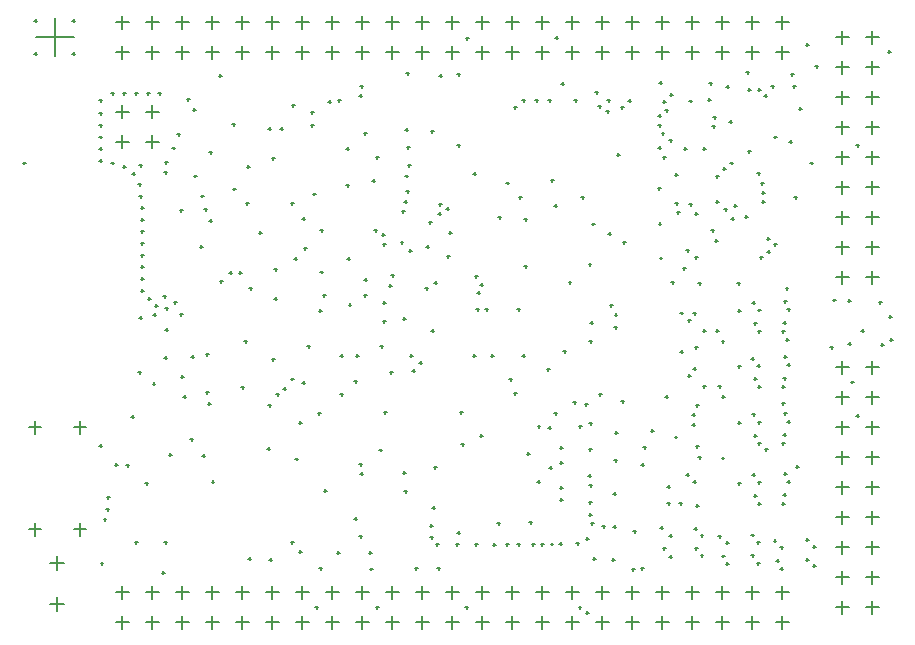
<source format=gbr>
%TF.GenerationSoftware,Altium Limited,Altium Designer,22.10.1 (41)*%
G04 Layer_Color=128*
%FSLAX45Y45*%
%MOMM*%
%TF.SameCoordinates,A8474BD1-FA4A-4BD0-88DA-22D9B4FA892B*%
%TF.FilePolarity,Positive*%
%TF.FileFunction,Drillmap*%
%TF.Part,Single*%
G01*
G75*
%TA.AperFunction,NonConductor*%
%ADD684C,0.12700*%
D684*
X8073000Y2349500D02*
X8183000D01*
X8128000Y2294500D02*
Y2404500D01*
X8073000Y2095500D02*
X8183000D01*
X8128000Y2040500D02*
Y2150500D01*
X8073000Y1841500D02*
X8183000D01*
X8128000Y1786500D02*
Y1896500D01*
X8073000Y1587500D02*
X8183000D01*
X8128000Y1532500D02*
Y1642500D01*
X8073000Y1333500D02*
X8183000D01*
X8128000Y1278500D02*
Y1388500D01*
X8073000Y1079500D02*
X8183000D01*
X8128000Y1024500D02*
Y1134500D01*
X8073000Y825500D02*
X8183000D01*
X8128000Y770500D02*
Y880500D01*
X8327000Y2349500D02*
X8437000D01*
X8382000Y2294500D02*
Y2404500D01*
X8327000Y2095500D02*
X8437000D01*
X8382000Y2040500D02*
Y2150500D01*
X8327000Y1841500D02*
X8437000D01*
X8382000Y1786500D02*
Y1896500D01*
X8327000Y1587500D02*
X8437000D01*
X8382000Y1532500D02*
Y1642500D01*
X8327000Y1333500D02*
X8437000D01*
X8382000Y1278500D02*
Y1388500D01*
X8327000Y1079500D02*
X8437000D01*
X8382000Y1024500D02*
Y1134500D01*
X8327000Y825500D02*
X8437000D01*
X8382000Y770500D02*
Y880500D01*
X8073000Y571500D02*
X8183000D01*
X8128000Y516500D02*
Y626500D01*
X8073000Y317500D02*
X8183000D01*
X8128000Y262500D02*
Y372500D01*
X8327000Y571500D02*
X8437000D01*
X8382000Y516500D02*
Y626500D01*
X8327000Y317500D02*
X8437000D01*
X8382000Y262500D02*
Y372500D01*
X8073000Y5143500D02*
X8183000D01*
X8128000Y5088500D02*
Y5198500D01*
X8073000Y4889500D02*
X8183000D01*
X8128000Y4834500D02*
Y4944500D01*
X8073000Y4635500D02*
X8183000D01*
X8128000Y4580500D02*
Y4690500D01*
X8073000Y4381500D02*
X8183000D01*
X8128000Y4326500D02*
Y4436500D01*
X8073000Y4127500D02*
X8183000D01*
X8128000Y4072500D02*
Y4182500D01*
X8073000Y3873500D02*
X8183000D01*
X8128000Y3818500D02*
Y3928500D01*
X8073000Y3619500D02*
X8183000D01*
X8128000Y3564500D02*
Y3674500D01*
X8327000Y5143500D02*
X8437000D01*
X8382000Y5088500D02*
Y5198500D01*
X8327000Y4889500D02*
X8437000D01*
X8382000Y4834500D02*
Y4944500D01*
X8327000Y4635500D02*
X8437000D01*
X8382000Y4580500D02*
Y4690500D01*
X8327000Y4381500D02*
X8437000D01*
X8382000Y4326500D02*
Y4436500D01*
X8327000Y4127500D02*
X8437000D01*
X8382000Y4072500D02*
Y4182500D01*
X8327000Y3873500D02*
X8437000D01*
X8382000Y3818500D02*
Y3928500D01*
X8327000Y3619500D02*
X8437000D01*
X8382000Y3564500D02*
Y3674500D01*
X8073000Y3365500D02*
X8183000D01*
X8128000Y3310500D02*
Y3420500D01*
X8073000Y3111500D02*
X8183000D01*
X8128000Y3056500D02*
Y3166500D01*
X8327000Y3365500D02*
X8437000D01*
X8382000Y3310500D02*
Y3420500D01*
X8327000Y3111500D02*
X8437000D01*
X8382000Y3056500D02*
Y3166500D01*
X1977000Y190500D02*
X2087000D01*
X2032000Y135500D02*
Y245500D01*
X2231000Y190500D02*
X2341000D01*
X2286000Y135500D02*
Y245500D01*
X2485000Y190500D02*
X2595000D01*
X2540000Y135500D02*
Y245500D01*
X2739000Y190500D02*
X2849000D01*
X2794000Y135500D02*
Y245500D01*
X2993000Y190500D02*
X3103000D01*
X3048000Y135500D02*
Y245500D01*
X3247000Y190500D02*
X3357000D01*
X3302000Y135500D02*
Y245500D01*
X3501000Y190500D02*
X3611000D01*
X3556000Y135500D02*
Y245500D01*
X3755000Y190500D02*
X3865000D01*
X3810000Y135500D02*
Y245500D01*
X4009000Y190500D02*
X4119000D01*
X4064000Y135500D02*
Y245500D01*
X4263000Y190500D02*
X4373000D01*
X4318000Y135500D02*
Y245500D01*
X4517000Y190500D02*
X4627000D01*
X4572000Y135500D02*
Y245500D01*
X4771000Y190500D02*
X4881000D01*
X4826000Y135500D02*
Y245500D01*
X5025000Y190500D02*
X5135000D01*
X5080000Y135500D02*
Y245500D01*
X5279000Y190500D02*
X5389000D01*
X5334000Y135500D02*
Y245500D01*
X5533000Y190500D02*
X5643000D01*
X5588000Y135500D02*
Y245500D01*
X5787000Y190500D02*
X5897000D01*
X5842000Y135500D02*
Y245500D01*
X6041000Y190500D02*
X6151000D01*
X6096000Y135500D02*
Y245500D01*
X6295000Y190500D02*
X6405000D01*
X6350000Y135500D02*
Y245500D01*
X6549000Y190500D02*
X6659000D01*
X6604000Y135500D02*
Y245500D01*
X6803000Y190500D02*
X6913000D01*
X6858000Y135500D02*
Y245500D01*
X7057000Y190500D02*
X7167000D01*
X7112000Y135500D02*
Y245500D01*
X7311000Y190500D02*
X7421000D01*
X7366000Y135500D02*
Y245500D01*
X7565000Y190500D02*
X7675000D01*
X7620000Y135500D02*
Y245500D01*
X1977000Y444500D02*
X2087000D01*
X2032000Y389500D02*
Y499500D01*
X2231000Y444500D02*
X2341000D01*
X2286000Y389500D02*
Y499500D01*
X2485000Y444500D02*
X2595000D01*
X2540000Y389500D02*
Y499500D01*
X2739000Y444500D02*
X2849000D01*
X2794000Y389500D02*
Y499500D01*
X2993000Y444500D02*
X3103000D01*
X3048000Y389500D02*
Y499500D01*
X3247000Y444500D02*
X3357000D01*
X3302000Y389500D02*
Y499500D01*
X3501000Y444500D02*
X3611000D01*
X3556000Y389500D02*
Y499500D01*
X3755000Y444500D02*
X3865000D01*
X3810000Y389500D02*
Y499500D01*
X4009000Y444500D02*
X4119000D01*
X4064000Y389500D02*
Y499500D01*
X4263000Y444500D02*
X4373000D01*
X4318000Y389500D02*
Y499500D01*
X4517000Y444500D02*
X4627000D01*
X4572000Y389500D02*
Y499500D01*
X4771000Y444500D02*
X4881000D01*
X4826000Y389500D02*
Y499500D01*
X5025000Y444500D02*
X5135000D01*
X5080000Y389500D02*
Y499500D01*
X5279000Y444500D02*
X5389000D01*
X5334000Y389500D02*
Y499500D01*
X5533000Y444500D02*
X5643000D01*
X5588000Y389500D02*
Y499500D01*
X5787000Y444500D02*
X5897000D01*
X5842000Y389500D02*
Y499500D01*
X6041000Y444500D02*
X6151000D01*
X6096000Y389500D02*
Y499500D01*
X6295000Y444500D02*
X6405000D01*
X6350000Y389500D02*
Y499500D01*
X6549000Y444500D02*
X6659000D01*
X6604000Y389500D02*
Y499500D01*
X6803000Y444500D02*
X6913000D01*
X6858000Y389500D02*
Y499500D01*
X7057000Y444500D02*
X7167000D01*
X7112000Y389500D02*
Y499500D01*
X7311000Y444500D02*
X7421000D01*
X7366000Y389500D02*
Y499500D01*
X7565000Y444500D02*
X7675000D01*
X7620000Y389500D02*
Y499500D01*
X1977000Y5016500D02*
X2087000D01*
X2032000Y4961500D02*
Y5071500D01*
X2231000Y5016500D02*
X2341000D01*
X2286000Y4961500D02*
Y5071500D01*
X2485000Y5016500D02*
X2595000D01*
X2540000Y4961500D02*
Y5071500D01*
X2739000Y5016500D02*
X2849000D01*
X2794000Y4961500D02*
Y5071500D01*
X2993000Y5016500D02*
X3103000D01*
X3048000Y4961500D02*
Y5071500D01*
X3247000Y5016500D02*
X3357000D01*
X3302000Y4961500D02*
Y5071500D01*
X3501000Y5016500D02*
X3611000D01*
X3556000Y4961500D02*
Y5071500D01*
X3755000Y5016500D02*
X3865000D01*
X3810000Y4961500D02*
Y5071500D01*
X4009000Y5016500D02*
X4119000D01*
X4064000Y4961500D02*
Y5071500D01*
X4263000Y5016500D02*
X4373000D01*
X4318000Y4961500D02*
Y5071500D01*
X4517000Y5016500D02*
X4627000D01*
X4572000Y4961500D02*
Y5071500D01*
X4771000Y5016500D02*
X4881000D01*
X4826000Y4961500D02*
Y5071500D01*
X5025000Y5016500D02*
X5135000D01*
X5080000Y4961500D02*
Y5071500D01*
X5279000Y5016500D02*
X5389000D01*
X5334000Y4961500D02*
Y5071500D01*
X5533000Y5016500D02*
X5643000D01*
X5588000Y4961500D02*
Y5071500D01*
X5787000Y5016500D02*
X5897000D01*
X5842000Y4961500D02*
Y5071500D01*
X6041000Y5016500D02*
X6151000D01*
X6096000Y4961500D02*
Y5071500D01*
X6295000Y5016500D02*
X6405000D01*
X6350000Y4961500D02*
Y5071500D01*
X6549000Y5016500D02*
X6659000D01*
X6604000Y4961500D02*
Y5071500D01*
X6803000Y5016500D02*
X6913000D01*
X6858000Y4961500D02*
Y5071500D01*
X7057000Y5016500D02*
X7167000D01*
X7112000Y4961500D02*
Y5071500D01*
X7311000Y5016500D02*
X7421000D01*
X7366000Y4961500D02*
Y5071500D01*
X7565000Y5016500D02*
X7675000D01*
X7620000Y4961500D02*
Y5071500D01*
X1977000Y5270500D02*
X2087000D01*
X2032000Y5215500D02*
Y5325500D01*
X2231000Y5270500D02*
X2341000D01*
X2286000Y5215500D02*
Y5325500D01*
X2485000Y5270500D02*
X2595000D01*
X2540000Y5215500D02*
Y5325500D01*
X2739000Y5270500D02*
X2849000D01*
X2794000Y5215500D02*
Y5325500D01*
X2993000Y5270500D02*
X3103000D01*
X3048000Y5215500D02*
Y5325500D01*
X3247000Y5270500D02*
X3357000D01*
X3302000Y5215500D02*
Y5325500D01*
X3501000Y5270500D02*
X3611000D01*
X3556000Y5215500D02*
Y5325500D01*
X3755000Y5270500D02*
X3865000D01*
X3810000Y5215500D02*
Y5325500D01*
X4009000Y5270500D02*
X4119000D01*
X4064000Y5215500D02*
Y5325500D01*
X4263000Y5270500D02*
X4373000D01*
X4318000Y5215500D02*
Y5325500D01*
X4517000Y5270500D02*
X4627000D01*
X4572000Y5215500D02*
Y5325500D01*
X4771000Y5270500D02*
X4881000D01*
X4826000Y5215500D02*
Y5325500D01*
X5025000Y5270500D02*
X5135000D01*
X5080000Y5215500D02*
Y5325500D01*
X5279000Y5270500D02*
X5389000D01*
X5334000Y5215500D02*
Y5325500D01*
X5533000Y5270500D02*
X5643000D01*
X5588000Y5215500D02*
Y5325500D01*
X5787000Y5270500D02*
X5897000D01*
X5842000Y5215500D02*
Y5325500D01*
X6041000Y5270500D02*
X6151000D01*
X6096000Y5215500D02*
Y5325500D01*
X6295000Y5270500D02*
X6405000D01*
X6350000Y5215500D02*
Y5325500D01*
X6549000Y5270500D02*
X6659000D01*
X6604000Y5215500D02*
Y5325500D01*
X6803000Y5270500D02*
X6913000D01*
X6858000Y5215500D02*
Y5325500D01*
X7057000Y5270500D02*
X7167000D01*
X7112000Y5215500D02*
Y5325500D01*
X7311000Y5270500D02*
X7421000D01*
X7366000Y5215500D02*
Y5325500D01*
X7565000Y5270500D02*
X7675000D01*
X7620000Y5215500D02*
Y5325500D01*
X2231000Y4512400D02*
X2341000D01*
X2286000Y4457400D02*
Y4567400D01*
X2231000Y4258400D02*
X2341000D01*
X2286000Y4203400D02*
Y4313400D01*
X1977000Y4512400D02*
X2087000D01*
X2032000Y4457400D02*
Y4567400D01*
X1977000Y4258400D02*
X2087000D01*
X2032000Y4203400D02*
Y4313400D01*
X1619500Y978000D02*
X1724500D01*
X1672000Y925500D02*
Y1030500D01*
X1239500Y978000D02*
X1344500D01*
X1292000Y925500D02*
Y1030500D01*
X1619500Y1842000D02*
X1724500D01*
X1672000Y1789500D02*
Y1894500D01*
X1239500Y1842000D02*
X1344500D01*
X1292000Y1789500D02*
Y1894500D01*
X1300500Y5143500D02*
X1620500D01*
X1460500Y4983500D02*
Y5303500D01*
X1420000Y695000D02*
X1540000D01*
X1480000Y635000D02*
Y755000D01*
X1420000Y345000D02*
X1540000D01*
X1480000Y285000D02*
Y405000D01*
X3457500Y870000D02*
X3482500D01*
X3470000Y857500D02*
Y882500D01*
X3737932Y1306337D02*
X3762932D01*
X3750432Y1293837D02*
Y1318837D01*
X6199416Y2796952D02*
X6224415D01*
X6211915Y2784452D02*
Y2809452D01*
X6159770Y2875696D02*
X6184769D01*
X6172270Y2863196D02*
Y2888196D01*
X5995172Y2728597D02*
X6020172D01*
X6007672Y2716097D02*
Y2741097D01*
X6856514Y1862609D02*
X6881514D01*
X6869014Y1850110D02*
Y1875109D01*
X6505297Y1814703D02*
X6530297D01*
X6517797Y1802203D02*
Y1827203D01*
X6187366Y1000972D02*
X6212366D01*
X6199866Y988472D02*
Y1013472D01*
X6096603Y1006144D02*
X6121603D01*
X6109103Y993644D02*
Y1018643D01*
X6067500Y2120000D02*
X6092500D01*
X6080000Y2107500D02*
Y2132500D01*
X6425796Y1525486D02*
X6450795D01*
X6438295Y1512986D02*
Y1537985D01*
X5897500Y1850000D02*
X5922500D01*
X5910000Y1837500D02*
Y1862500D01*
X5547500Y1850000D02*
X5572500D01*
X5560000Y1837500D02*
Y1862500D01*
X5637500Y1840000D02*
X5662500D01*
X5650000Y1827500D02*
Y1852500D01*
X6017500Y730000D02*
X6042500D01*
X6030000Y717500D02*
Y742500D01*
X6177500Y722500D02*
X6202500D01*
X6190000Y710000D02*
Y735000D01*
X5978147Y1431763D02*
X6003147D01*
X5990647Y1419263D02*
Y1444263D01*
X5986267Y1352460D02*
X6011267D01*
X5998767Y1339960D02*
Y1364959D01*
X6256105Y2061571D02*
X6281105D01*
X6268605Y2049072D02*
Y2074071D01*
X6200890Y1796625D02*
X6225890D01*
X6213390Y1784125D02*
Y1809124D01*
X5982191Y1205648D02*
X6007191D01*
X5994691Y1193148D02*
Y1218148D01*
X5982500Y1655430D02*
X6007500D01*
X5995000Y1642930D02*
Y1667929D01*
X5957500Y900000D02*
X5982500D01*
X5970000Y887500D02*
Y912500D01*
X5997518Y1029913D02*
X6022517D01*
X6010017Y1017413D02*
Y1042413D01*
X5982478Y1103390D02*
X6007478D01*
X5994978Y1090890D02*
Y1115890D01*
X6189045Y1278754D02*
X6214044D01*
X6201545Y1266255D02*
Y1291254D01*
X6357500Y960000D02*
X6382500D01*
X6370000Y947500D02*
Y972500D01*
X5955133Y272699D02*
X5980133D01*
X5967633Y260199D02*
Y285199D01*
X5894940Y317440D02*
X5919939D01*
X5907440Y304940D02*
Y329939D01*
X6422885Y647909D02*
X6447885D01*
X6435385Y635409D02*
Y660409D01*
X6347500Y640000D02*
X6372500D01*
X6360000Y627500D02*
Y652500D01*
X5877500Y859213D02*
X5902500D01*
X5890000Y846714D02*
Y871713D01*
X6195614Y1563868D02*
X6220614D01*
X6208114Y1551368D02*
Y1576367D01*
X5985675Y1875000D02*
X6010674D01*
X5998174Y1862500D02*
Y1887500D01*
X5732500Y855000D02*
X5757500D01*
X5745000Y842500D02*
Y867499D01*
X5657506Y854056D02*
X5682506D01*
X5670006Y841557D02*
Y866556D01*
X5478677Y1038661D02*
X5503677D01*
X5491177Y1026161D02*
Y1051161D01*
X5577202Y850942D02*
X5602202D01*
X5589702Y838443D02*
Y863442D01*
X5497020Y852861D02*
X5522020D01*
X5509520Y840361D02*
Y865361D01*
X5377500Y850000D02*
X5402500D01*
X5390000Y837500D02*
Y862500D01*
X5207500Y1030000D02*
X5232500D01*
X5220000Y1017500D02*
Y1042500D01*
X5166839Y848294D02*
X5191838D01*
X5179338Y835795D02*
Y860794D01*
X5852080Y2053954D02*
X5877080D01*
X5864580Y2041455D02*
Y2066454D01*
X5947500Y2038584D02*
X5972500D01*
X5960000Y2026084D02*
Y2051084D01*
X7107500Y2100000D02*
X7132500D01*
X7120000Y2087500D02*
Y2112500D01*
X7077500Y2190000D02*
X7102500D01*
X7090000Y2177500D02*
Y2202500D01*
X6947500Y2190000D02*
X6972500D01*
X6960000Y2177500D02*
Y2202500D01*
X6947500Y2660000D02*
X6972500D01*
X6960000Y2647500D02*
Y2672500D01*
X7057500Y2660000D02*
X7082500D01*
X7070000Y2647500D02*
Y2672500D01*
X6907500Y3060000D02*
X6932500D01*
X6920000Y3047500D02*
Y3072500D01*
X3857500Y4612500D02*
X3882500D01*
X3870000Y4600000D02*
Y4625000D01*
X4427500Y4360000D02*
X4452500D01*
X4440000Y4347500D02*
Y4372500D01*
X1288000Y5283500D02*
X1313000D01*
X1300500Y5271000D02*
Y5296000D01*
X1288000Y5003500D02*
X1313000D01*
X1300500Y4991000D02*
Y5016000D01*
X1608000Y5003500D02*
X1633000D01*
X1620500Y4991000D02*
Y5016000D01*
X1608000Y5283500D02*
X1633000D01*
X1620500Y5271000D02*
Y5296000D01*
X4670247Y1503402D02*
X4695247D01*
X4682747Y1490903D02*
Y1515902D01*
X7366277Y2898539D02*
X7391277D01*
X7378777Y2886039D02*
Y2911039D01*
X7367569Y1441414D02*
X7392569D01*
X7380069Y1428915D02*
Y1453914D01*
X7364672Y1951459D02*
X7389672D01*
X7377172Y1938960D02*
Y1963959D01*
X7411890Y1885414D02*
X7436890D01*
X7424390Y1872914D02*
Y1897913D01*
X6060313Y4562155D02*
X6085313D01*
X6072813Y4549655D02*
Y4574655D01*
X6129904Y4518397D02*
X6154903D01*
X6142404Y4505898D02*
Y4530897D01*
X6037500Y4680000D02*
X6062500D01*
X6050000Y4667500D02*
Y4692500D01*
X6577500Y4757500D02*
X6602500D01*
X6590000Y4745000D02*
Y4770000D01*
X6217500Y4150000D02*
X6242500D01*
X6230000Y4137500D02*
Y4162500D01*
X6647500Y1200000D02*
X6672500D01*
X6660000Y1187500D02*
Y1212500D01*
X6647500Y1340000D02*
X6672500D01*
X6660000Y1327500D02*
Y1352500D01*
X6005625Y3563595D02*
X6030625D01*
X6018125Y3551095D02*
Y3576095D01*
X5216757Y3621307D02*
X5241757D01*
X5229257Y3608807D02*
Y3633807D01*
X5690823Y1959998D02*
X5715822D01*
X5703323Y1947498D02*
Y1972498D01*
X6708882Y3978618D02*
X6733882D01*
X6721382Y3966118D02*
Y3991117D01*
X6607500Y4130000D02*
X6632500D01*
X6620000Y4117500D02*
Y4142500D01*
X6563980Y3867338D02*
X6588980D01*
X6576480Y3854838D02*
Y3879838D01*
X6571988Y3564515D02*
X6596988D01*
X6584488Y3552015D02*
Y3577015D01*
X6887500Y1180000D02*
X6912500D01*
X6900000Y1167500D02*
Y1192500D01*
X7631469Y1449224D02*
X7656468D01*
X7643968Y1436724D02*
Y1461724D01*
X7613705Y2047500D02*
X7638705D01*
X7626205Y2035000D02*
Y2060000D01*
X7616393Y2185388D02*
X7641393D01*
X7628893Y2172888D02*
Y2197887D01*
X7650779Y2583984D02*
X7675778D01*
X7663279Y2571484D02*
Y2596484D01*
X7661036Y2370298D02*
X7686036D01*
X7673536Y2357798D02*
Y2382798D01*
X7631469Y2439223D02*
X7656468D01*
X7643968Y2426724D02*
Y2451723D01*
X7647500Y3020000D02*
X7672500D01*
X7660000Y3007500D02*
Y3032500D01*
X7472612Y1656801D02*
X7497612D01*
X7485112Y1644302D02*
Y1669301D01*
X7377909Y1772427D02*
X7402909D01*
X7390409Y1759927D02*
Y1784927D01*
X7412623Y1705944D02*
X7437622D01*
X7425123Y1693444D02*
Y1718444D01*
X6747500Y1200000D02*
X6772500D01*
X6760000Y1187500D02*
Y1212500D01*
X4228081Y3471270D02*
X4253081D01*
X4240581Y3458771D02*
Y3483770D01*
X4165318Y3512327D02*
X4190317D01*
X4177817Y3499827D02*
Y3524827D01*
X4237500Y3390000D02*
X4262500D01*
X4250000Y3377500D02*
Y3402500D01*
X6580629Y3275707D02*
X6605629D01*
X6593129Y3263207D02*
Y3288207D01*
X4047500Y4730000D02*
X4072500D01*
X4060000Y4717500D02*
Y4742500D01*
X4037500Y4650000D02*
X4062500D01*
X4050000Y4637500D02*
Y4662500D01*
X3777500Y4600000D02*
X3802500D01*
X3790000Y4587500D02*
Y4612500D01*
X4637500Y910000D02*
X4662500D01*
X4650000Y897500D02*
Y922500D01*
X4687500Y850000D02*
X4712500D01*
X4700000Y837500D02*
Y862500D01*
X4869730Y950913D02*
X4894730D01*
X4882230Y938413D02*
Y963413D01*
X4713406Y3732344D02*
X4738405D01*
X4725905Y3719844D02*
Y3744844D01*
X4776195Y3691326D02*
X4801195D01*
X4788695Y3678826D02*
Y3703826D01*
X3567500Y3360000D02*
X3592500D01*
X3580000Y3347500D02*
Y3372500D01*
X3627500Y4400000D02*
X3652500D01*
X3640000Y4387500D02*
Y4412500D01*
X8437500Y2900000D02*
X8462500D01*
X8450000Y2887500D02*
Y2912500D01*
X4887500Y1970000D02*
X4912500D01*
X4900000Y1957500D02*
Y1982500D01*
X2967500Y3860000D02*
X2992500D01*
X2980000Y3847500D02*
Y3872500D01*
X2627500Y4532833D02*
X2652500D01*
X2640000Y4520333D02*
Y4545333D01*
X6253122Y4553521D02*
X6278122D01*
X6265622Y4541022D02*
Y4566021D01*
X4387500Y3410000D02*
X4412500D01*
X4400000Y3397500D02*
Y3422500D01*
X4457647Y3335306D02*
X4482646D01*
X4470147Y3322806D02*
Y3347806D01*
X7147237Y4723983D02*
X7172237D01*
X7159737Y4711484D02*
Y4736483D01*
X7003027Y4754889D02*
X7028027D01*
X7015527Y4742389D02*
Y4767389D01*
X7036636Y4466648D02*
X7061635D01*
X7049136Y4454148D02*
Y4479148D01*
X7028626Y4389700D02*
X7053625D01*
X7041126Y4377201D02*
Y4402200D01*
X7527500Y4730000D02*
X7552500D01*
X7540000Y4717500D02*
Y4742500D01*
X7690000Y4830000D02*
X7715000D01*
X7702500Y4817500D02*
Y4842500D01*
X3527500Y1880000D02*
X3552500D01*
X3540000Y1867500D02*
Y1892500D01*
X5457500Y1620000D02*
X5482500D01*
X5470000Y1607500D02*
Y1632500D01*
X7660330Y1890000D02*
X7685330D01*
X7672830Y1877500D02*
Y1902500D01*
X7723277Y3790405D02*
X7748277D01*
X7735777Y3777905D02*
Y3802905D01*
X5307500Y2250000D02*
X5332500D01*
X5320000Y2237500D02*
Y2262500D01*
X4997500Y2450000D02*
X5022500D01*
X5010000Y2437500D02*
Y2462500D01*
X3457500Y3739832D02*
X3482500D01*
X3470000Y3727333D02*
Y3752332D01*
X2455299Y4206829D02*
X2480298D01*
X2467798Y4194329D02*
Y4219328D01*
X6865125Y2338752D02*
X6890125D01*
X6877625Y2326252D02*
Y2351252D01*
X6197500Y2690000D02*
X6222500D01*
X6210000Y2677500D02*
Y2702500D01*
X3646360Y3817500D02*
X3671360D01*
X3658860Y3805000D02*
Y3830000D01*
X5027500Y2840000D02*
X5052500D01*
X5040000Y2827500D02*
Y2852500D01*
X4407500Y2760000D02*
X4432500D01*
X4420000Y2747500D02*
Y2772500D01*
X4625754Y3580186D02*
X4650753D01*
X4638253Y3567686D02*
Y3592686D01*
X6678250Y3072093D02*
X6703249D01*
X6690750Y3059593D02*
Y3084593D01*
X2495730Y4322875D02*
X2520730D01*
X2508230Y4310375D02*
Y4335375D01*
X6786617Y4199151D02*
X6811617D01*
X6799117Y4186651D02*
Y4211650D01*
X5737500Y1670000D02*
X5762500D01*
X5750000Y1657500D02*
Y1682500D01*
X5735173Y1541987D02*
X5760172D01*
X5747673Y1529487D02*
Y1554487D01*
X5767500Y2486550D02*
X5792500D01*
X5780000Y2474050D02*
Y2499050D01*
X4487500Y2320000D02*
X4512500D01*
X4500000Y2307500D02*
Y2332500D01*
X4903075Y1699320D02*
X4928075D01*
X4915575Y1686821D02*
Y1711820D01*
X1873252Y1064249D02*
X1898251D01*
X1885752Y1051749D02*
Y1076748D01*
X1897500Y1150000D02*
X1922500D01*
X1910000Y1137500D02*
Y1162500D01*
X5917500Y3790000D02*
X5942500D01*
X5930000Y3777500D02*
Y3802500D01*
X5687500Y3720000D02*
X5712500D01*
X5700000Y3707500D02*
Y3732500D01*
X5004932Y3989517D02*
X5029932D01*
X5017432Y3977017D02*
Y4002016D01*
X7735000Y1508948D02*
X7760000D01*
X7747500Y1496448D02*
Y1521448D01*
X7616393Y1705388D02*
X7641393D01*
X7628893Y1692888D02*
Y1717888D01*
X1835387Y1685174D02*
X1860386D01*
X1847887Y1672674D02*
Y1697674D01*
X3497107Y1573840D02*
X3522106D01*
X3509606Y1561340D02*
Y1586340D01*
X4636505Y1010000D02*
X4661505D01*
X4649005Y997500D02*
Y1022500D01*
X7411900Y4699156D02*
X7436900D01*
X7424400Y4686657D02*
Y4711656D01*
X7315819Y4846500D02*
X7340819D01*
X7328319Y4834000D02*
Y4859000D01*
X7327500Y4700000D02*
X7352500D01*
X7340000Y4687500D02*
Y4712500D01*
X5810116Y3070065D02*
X5835116D01*
X5822616Y3057565D02*
Y3082565D01*
X6442005Y1671541D02*
X6467005D01*
X6454505Y1659042D02*
Y1684041D01*
X2427500Y1610000D02*
X2452500D01*
X2440000Y1597500D02*
Y1622500D01*
X2167500Y2310000D02*
X2192500D01*
X2180000Y2297500D02*
Y2322500D01*
X7406179Y2365207D02*
X7431178D01*
X7418679Y2352707D02*
Y2377706D01*
X7355941Y2420895D02*
X7380941D01*
X7368441Y2408395D02*
Y2433395D01*
X6315443Y4608869D02*
X6340443D01*
X6327943Y4596369D02*
Y4621368D01*
X7047500Y3420000D02*
X7072500D01*
X7060000Y3407500D02*
Y3432500D01*
X7017500Y3510000D02*
X7042500D01*
X7030000Y3497500D02*
Y3522500D01*
X6877500Y3650000D02*
X6902500D01*
X6890000Y3637500D02*
Y3662500D01*
X7493234Y3328738D02*
X7518234D01*
X7505734Y3316238D02*
Y3341238D01*
X6713794Y3740410D02*
X6738793D01*
X6726293Y3727911D02*
Y3752910D01*
X7437500Y3910000D02*
X7462500D01*
X7450000Y3897500D02*
Y3922500D01*
X7447543Y3830000D02*
X7472543D01*
X7460043Y3817500D02*
Y3842500D01*
X7447500Y3750000D02*
X7472500D01*
X7460000Y3737500D02*
Y3762500D01*
X7301583Y3623987D02*
X7326582D01*
X7314082Y3611487D02*
Y3636487D01*
X7055666Y3969168D02*
X7080666D01*
X7068166Y3956668D02*
Y3981668D01*
X7207500Y3720000D02*
X7232500D01*
X7220000Y3707500D02*
Y3732500D01*
X7187500Y3610000D02*
X7212500D01*
X7200000Y3597500D02*
Y3622500D01*
X7406258Y3994981D02*
X7431258D01*
X7418758Y3982481D02*
Y4007481D01*
X7857500Y4080000D02*
X7882500D01*
X7870000Y4067500D02*
Y4092500D01*
X8512322Y5021488D02*
X8537322D01*
X8524822Y5008988D02*
Y5033988D01*
X7127500Y3690000D02*
X7152500D01*
X7140000Y3677500D02*
Y3702500D01*
X8455129Y2543086D02*
X8480129D01*
X8467629Y2530586D02*
Y2555586D01*
X7547500Y3390000D02*
X7572500D01*
X7560000Y3377500D02*
Y3402500D01*
X8047500Y2920000D02*
X8072500D01*
X8060000Y2907500D02*
Y2932500D01*
X8288541Y2657970D02*
X8313540D01*
X8301041Y2645470D02*
Y2670470D01*
X7487500Y3440000D02*
X7512500D01*
X7500000Y3427500D02*
Y3452500D01*
X7631468Y2909224D02*
X7656468D01*
X7643968Y2896724D02*
Y2921723D01*
X7661036Y2840298D02*
X7686035D01*
X7673536Y2827798D02*
Y2852798D01*
X8179320Y2549928D02*
X8204320D01*
X8191820Y2537428D02*
Y2562428D01*
X8026842Y2519342D02*
X8051841D01*
X8039342Y2506842D02*
Y2531842D01*
X8529936Y2581621D02*
X8554936D01*
X8542436Y2569122D02*
Y2594121D01*
X6877500Y3280000D02*
X6902500D01*
X6890000Y3267500D02*
Y3292500D01*
X7427500Y3280000D02*
X7452500D01*
X7440000Y3267500D02*
Y3292500D01*
X6831192Y3732214D02*
X6856192D01*
X6843692Y3719714D02*
Y3744714D01*
X7117500Y4030000D02*
X7142500D01*
X7130000Y4017500D02*
Y4042500D01*
X7177500Y4080000D02*
X7202500D01*
X7190000Y4067500D02*
Y4092500D01*
X7055933Y3750256D02*
X7080932D01*
X7068432Y3737756D02*
Y3762756D01*
X6267500Y3410000D02*
X6292500D01*
X6280000Y3397500D02*
Y3422500D01*
X6147500Y3480000D02*
X6172500D01*
X6160000Y3467500D02*
Y3492500D01*
X6726105Y3663204D02*
X6751105D01*
X6738605Y3650704D02*
Y3675704D01*
X6807500Y3340000D02*
X6832500D01*
X6820000Y3327500D02*
Y3352500D01*
X5660000Y3935000D02*
X5685000D01*
X5672500Y3922500D02*
Y3947500D01*
X6777500Y3190000D02*
X6802500D01*
X6790000Y3177500D02*
Y3202500D01*
X7678819Y4259599D02*
X7703818D01*
X7691319Y4247099D02*
Y4272099D01*
X7412622Y2655943D02*
X7437622D01*
X7425122Y2643444D02*
Y2668443D01*
X7616393Y2655388D02*
X7641393D01*
X7628893Y2642888D02*
Y2667887D01*
X8198073Y2225834D02*
X8223073D01*
X8210573Y2213334D02*
Y2238334D01*
X8247500Y1940000D02*
X8272500D01*
X8260000Y1927500D02*
Y1952500D01*
X5737500Y1230000D02*
X5762500D01*
X5750000Y1217500D02*
Y1242500D01*
X5624220Y2335000D02*
X5649220D01*
X5636720Y2322500D02*
Y2347500D01*
X5417500Y2450000D02*
X5442500D01*
X5430000Y2437500D02*
Y2462500D01*
X5435000Y3601930D02*
X5460000D01*
X5447500Y3589430D02*
Y3614429D01*
X5435000Y3206821D02*
X5460000D01*
X5447500Y3194321D02*
Y3219321D01*
X3997502Y1070000D02*
X4022502D01*
X4010002Y1057501D02*
Y1082500D01*
X6817882Y2280300D02*
X6842882D01*
X6830382Y2267800D02*
Y2292800D01*
X6627500Y2100000D02*
X6652500D01*
X6640000Y2087500D02*
Y2112500D01*
X6887500Y2029926D02*
X6912499D01*
X6899999Y2017426D02*
Y2042426D01*
X6857500Y1950000D02*
X6882500D01*
X6870000Y1937500D02*
Y1962500D01*
X6587684Y990000D02*
X6612684D01*
X6600184Y977500D02*
Y1002500D01*
X6570000Y4400000D02*
X6595000D01*
X6582500Y4387500D02*
Y4412500D01*
X6570000Y4210000D02*
X6595000D01*
X6582500Y4197500D02*
Y4222500D01*
X6570000Y4480000D02*
X6595000D01*
X6582500Y4467500D02*
Y4492500D01*
X5857500Y4610000D02*
X5882500D01*
X5870000Y4597500D02*
Y4622500D01*
X6137500Y4610000D02*
X6162500D01*
X6150000Y4597500D02*
Y4622500D01*
X6707500Y1760000D02*
X6732500D01*
X6720000Y1747500D02*
Y1772500D01*
X5737500Y1330000D02*
X5762500D01*
X5750000Y1317500D02*
Y1342500D01*
X5647500Y1500000D02*
X5672500D01*
X5660000Y1487500D02*
Y1512500D01*
X6877500Y2520500D02*
X6902499D01*
X6889999Y2508000D02*
Y2533000D01*
X7237500Y3060000D02*
X7262500D01*
X7250000Y3047500D02*
Y3072500D01*
X6597500Y4330000D02*
X6622500D01*
X6610000Y4317500D02*
Y4342500D01*
X7547500Y4300000D02*
X7572500D01*
X7560000Y4287500D02*
Y4312500D01*
X6757500Y2810000D02*
X6782500D01*
X6770000Y2797500D02*
Y2822500D01*
X7327500Y4180000D02*
X7352500D01*
X7340000Y4167500D02*
Y4192500D01*
X7629090Y2259305D02*
X7654090D01*
X7641590Y2246805D02*
Y2271805D01*
X6907500Y1590000D02*
X6932500D01*
X6920000Y1577500D02*
Y1602500D01*
X7077500Y920000D02*
X7102500D01*
X7090000Y907500D02*
Y932500D01*
X6607500Y820000D02*
X6632500D01*
X6620000Y807500D02*
Y832500D01*
X8247500Y4230000D02*
X8272500D01*
X8260000Y4217500D02*
Y4242500D01*
X5987500Y2570002D02*
X6012500D01*
X6000000Y2557503D02*
Y2582502D01*
X4857500Y850000D02*
X4882500D01*
X4870000Y837500D02*
Y862500D01*
X6832499Y4605000D02*
X6857499D01*
X6844999Y4592500D02*
Y4617500D01*
X5017500Y850000D02*
X5042500D01*
X5030000Y837500D02*
Y862500D01*
X5545996Y1379465D02*
X5570995D01*
X5558495Y1366965D02*
Y1391964D01*
X6947500Y4200000D02*
X6972500D01*
X6960000Y4187500D02*
Y4212500D01*
X7402500Y870298D02*
X7427500D01*
X7415000Y857798D02*
Y882798D01*
X7411890Y1375413D02*
X7436890D01*
X7424390Y1362913D02*
Y1387913D01*
X6874467Y983033D02*
X6899467D01*
X6886967Y970533D02*
Y995532D01*
X6927500Y930000D02*
X6952500D01*
X6940000Y917500D02*
Y942500D01*
X6927500Y760000D02*
X6952500D01*
X6940000Y747500D02*
Y772500D01*
X7405377Y692123D02*
X7430377D01*
X7417877Y679623D02*
Y704623D01*
X7359090Y759305D02*
X7384090D01*
X7371590Y746805D02*
Y771805D01*
X7877500Y670000D02*
X7902500D01*
X7890000Y657500D02*
Y682500D01*
X7819090Y719305D02*
X7844090D01*
X7831590Y706805D02*
Y731805D01*
X7817500Y890000D02*
X7842500D01*
X7830000Y877500D02*
Y902500D01*
X7877500Y830298D02*
X7902500D01*
X7890000Y817798D02*
Y842797D01*
X7357357Y930190D02*
X7382357D01*
X7369857Y917690D02*
Y942690D01*
X2857500Y3080000D02*
X2882500D01*
X2870000Y3067500D02*
Y3092500D01*
X2517500Y2800000D02*
X2542500D01*
X2530000Y2787500D02*
Y2812500D01*
X3018817Y3150000D02*
X3043817D01*
X3031317Y3137500D02*
Y3162500D01*
X3487500Y3270000D02*
X3512500D01*
X3500000Y3257500D02*
Y3282500D01*
X4657500Y1160000D02*
X4682500D01*
X4670000Y1147500D02*
Y1172500D01*
X2937500Y3150000D02*
X2962500D01*
X2950000Y3137500D02*
Y3162500D01*
X3318158Y2930659D02*
X3343158D01*
X3330658Y2918159D02*
Y2943159D01*
X4237500Y2740000D02*
X4262500D01*
X4250000Y2727500D02*
Y2752500D01*
X4647500Y2660000D02*
X4672500D01*
X4660000Y2647500D02*
Y2672500D01*
X5377500Y2840000D02*
X5402500D01*
X5390000Y2827500D02*
Y2852500D01*
X5979585Y3221698D02*
X6004584D01*
X5992085Y3209199D02*
Y3234198D01*
X2296192Y2793662D02*
X2321191D01*
X2308692Y2781162D02*
Y2806162D01*
X2397500Y2670000D02*
X2422500D01*
X2410000Y2657500D02*
Y2682500D01*
X2387500Y2430000D02*
X2412500D01*
X2400000Y2417500D02*
Y2442500D01*
X3527500Y790000D02*
X3552500D01*
X3540000Y777500D02*
Y802500D01*
X6661890Y925413D02*
X6686890D01*
X6674390Y912913D02*
Y937913D01*
X6879090Y819305D02*
X6904090D01*
X6891590Y806805D02*
Y831805D01*
X7142623Y685944D02*
X7167622D01*
X7155123Y673444D02*
Y698443D01*
X7602623Y645943D02*
X7627623D01*
X7615123Y633443D02*
Y658443D01*
X6867500Y1380000D02*
X6892499D01*
X6879999Y1367500D02*
Y1392500D01*
X6807500Y1440000D02*
X6832499D01*
X6820000Y1427500D02*
Y1452500D01*
X6757500Y2480000D02*
X6782500D01*
X6770000Y2467500D02*
Y2492500D01*
X7105663Y1582361D02*
X7130663D01*
X7118163Y1569861D02*
Y1594861D01*
X7105663Y2572361D02*
X7130663D01*
X7118163Y2559861D02*
Y2584860D01*
X7107909Y752426D02*
X7132909D01*
X7120409Y739926D02*
Y764926D01*
X7141890Y865413D02*
X7166890D01*
X7154390Y852913D02*
Y877913D01*
X6662623Y745943D02*
X6687622D01*
X6675123Y733443D02*
Y758443D01*
X7567909Y712426D02*
X7592909D01*
X7580409Y699926D02*
Y724926D01*
X7545941Y880895D02*
X7570941D01*
X7558441Y868395D02*
Y893394D01*
X7601891Y825413D02*
X7626890D01*
X7614390Y812913D02*
Y837912D01*
X7629090Y2729305D02*
X7654089D01*
X7641589Y2716805D02*
Y2741805D01*
X7377909Y2722426D02*
X7402909D01*
X7390409Y2709926D02*
Y2734926D01*
X7411890Y2835413D02*
X7436890D01*
X7424390Y2822913D02*
Y2847913D01*
X7241233Y2830000D02*
X7266233D01*
X7253733Y2817500D02*
Y2842500D01*
X6817882Y2750300D02*
X6842882D01*
X6830382Y2737800D02*
Y2762800D01*
X6865125Y2808752D02*
X6890125D01*
X6877625Y2796252D02*
Y2821252D01*
X7377909Y2252426D02*
X7402909D01*
X7390409Y2239926D02*
Y2264926D01*
X7412623Y2185943D02*
X7437622D01*
X7425123Y2173443D02*
Y2198443D01*
X7241233Y2360000D02*
X7266233D01*
X7253733Y2347500D02*
Y2372500D01*
X7629090Y1779306D02*
X7654090D01*
X7641590Y1766806D02*
Y1791806D01*
X7631469Y1959224D02*
X7656468D01*
X7643968Y1946724D02*
Y1971724D01*
X7616393Y1195388D02*
X7641393D01*
X7628893Y1182888D02*
Y1207888D01*
X7629090Y1269305D02*
X7654090D01*
X7641590Y1256805D02*
Y1281805D01*
X7661036Y1380298D02*
X7686036D01*
X7673536Y1367798D02*
Y1392798D01*
X6887500Y1680000D02*
X6912500D01*
X6900000Y1667500D02*
Y1692500D01*
X7241233Y1880001D02*
X7266233D01*
X7253733Y1867501D02*
Y1892500D01*
X7241233Y1370000D02*
X7266233D01*
X7253733Y1357500D02*
Y1382500D01*
X7377909Y1262426D02*
X7402909D01*
X7390409Y1249926D02*
Y1274926D01*
X7412623Y1195944D02*
X7437622D01*
X7425123Y1183444D02*
Y1208443D01*
X5103760Y2841998D02*
X5128759D01*
X5116260Y2829499D02*
Y2854498D01*
X5152500Y2450000D02*
X5177500D01*
X5165000Y2437500D02*
Y2462500D01*
X4698158Y650658D02*
X4723158D01*
X4710658Y638158D02*
Y663158D01*
X3699676Y646743D02*
X3724676D01*
X3712176Y634243D02*
Y659243D01*
X4127500Y642500D02*
X4152500D01*
X4140000Y630000D02*
Y655000D01*
X4117500Y780000D02*
X4142500D01*
X4130000Y767500D02*
Y792500D01*
X3847500Y780000D02*
X3872500D01*
X3860000Y767500D02*
Y792500D01*
X4037500Y920000D02*
X4062500D01*
X4050000Y907500D02*
Y932500D01*
X2547500Y2100000D02*
X2572500D01*
X2560000Y2087500D02*
Y2112500D01*
X3087500Y4050000D02*
X3112500D01*
X3100000Y4037500D02*
Y4062500D01*
X5061217Y3051151D02*
X5086217D01*
X5073717Y3038651D02*
Y3063651D01*
X5037500Y2980000D02*
X5062500D01*
X5050000Y2967500D02*
Y2992500D01*
X5017500Y3120000D02*
X5042500D01*
X5030000Y3107500D02*
Y3132500D01*
X4777500Y3290000D02*
X4802500D01*
X4790000Y3277500D02*
Y3302500D01*
X3597500Y2530000D02*
X3622500D01*
X3610000Y2517500D02*
Y2542500D01*
X3877500Y2450000D02*
X3902500D01*
X3890000Y2437500D02*
Y2462500D01*
X4007500Y2450000D02*
X4032500D01*
X4020000Y2437500D02*
Y2462500D01*
X4217500Y2530000D02*
X4242500D01*
X4230000Y2517500D02*
Y2542500D01*
X4297500Y2309998D02*
X4322500D01*
X4310000Y2297498D02*
Y2322498D01*
X4597500Y3020000D02*
X4622500D01*
X4610000Y3007500D02*
Y3032500D01*
X4417500Y1300000D02*
X4442500D01*
X4430000Y1287500D02*
Y1312500D01*
X4239247Y2897500D02*
X4264246D01*
X4251747Y2885000D02*
Y2910000D01*
X5387500Y3790000D02*
X5412500D01*
X5400000Y3777500D02*
Y3802500D01*
X5283538Y3910717D02*
X5308538D01*
X5296038Y3898218D02*
Y3923217D01*
X4867500Y4230000D02*
X4892500D01*
X4880000Y4217500D02*
Y4242500D01*
X5637502Y4609998D02*
X5662501D01*
X5650001Y4597499D02*
Y4622498D01*
X4642912Y4350000D02*
X4667912D01*
X4655412Y4337500D02*
Y4362500D01*
X4707500Y3650000D02*
X4732500D01*
X4720000Y3637500D02*
Y3662500D01*
X4797500Y3490000D02*
X4822500D01*
X4810000Y3477500D02*
Y3502500D01*
X4672614Y3064220D02*
X4697614D01*
X4685114Y3051720D02*
Y3076720D01*
X4397500Y3670000D02*
X4422500D01*
X4410000Y3657500D02*
Y3682500D01*
X8521171Y2778866D02*
X8546170D01*
X8533671Y2766367D02*
Y2791366D01*
X3257500Y1660000D02*
X3282500D01*
X3270000Y1647500D02*
Y1672500D01*
X5277500Y850000D02*
X5302500D01*
X5290000Y837500D02*
Y862500D01*
X4177500Y4130000D02*
X4202500D01*
X4190000Y4117500D02*
Y4142500D01*
X5347500Y2130000D02*
X5372500D01*
X5360000Y2117500D02*
Y2142500D01*
X5057500Y1770000D02*
X5082500D01*
X5070000Y1757500D02*
Y1782500D01*
X3187500Y3490000D02*
X3212500D01*
X3200000Y3477500D02*
Y3502500D01*
X2687500Y3370000D02*
X2712500D01*
X2700000Y3357500D02*
Y3382500D01*
X3064852Y2569393D02*
X3089852D01*
X3077352Y2556893D02*
Y2581893D01*
X3317500Y3180000D02*
X3342500D01*
X3330000Y3167500D02*
Y3192500D01*
X7469243Y4650021D02*
X7494243D01*
X7481743Y4637521D02*
Y4662521D01*
X3997500Y2230000D02*
X4022500D01*
X4010000Y2217500D02*
Y2242500D01*
X3557500Y2220000D02*
X3582500D01*
X3570000Y2207500D02*
Y2232500D01*
X3697500Y2830000D02*
X3722500D01*
X3710000Y2817500D02*
Y2842500D01*
X4077500Y2960000D02*
X4102500D01*
X4090000Y2947500D02*
Y2972500D01*
X2177500Y2770000D02*
X2202500D01*
X2190000Y2757500D02*
Y2782500D01*
X4406912Y1459077D02*
X4431912D01*
X4419412Y1446577D02*
Y1471576D01*
X2707500Y1600000D02*
X2732500D01*
X2720000Y1587500D02*
Y1612500D01*
X3396065Y2166852D02*
X3421065D01*
X3408565Y2154352D02*
Y2179352D01*
X3337500Y2120000D02*
X3362500D01*
X3350000Y2107500D02*
Y2132500D01*
X4037500Y1530000D02*
X4062500D01*
X4050000Y1517500D02*
Y1542500D01*
X3277500Y720000D02*
X3302500D01*
X3290000Y707500D02*
Y732500D01*
X4507500Y650000D02*
X4532500D01*
X4520000Y637500D02*
Y662500D01*
X2137500Y870000D02*
X2162500D01*
X2150000Y857500D02*
Y882500D01*
X1847500Y690000D02*
X1872500D01*
X1860000Y677500D02*
Y702500D01*
X2387500Y870000D02*
X2412500D01*
X2400000Y857500D02*
Y882500D01*
X2367500Y610000D02*
X2392500D01*
X2380000Y597500D02*
Y622500D01*
X2107500Y1930000D02*
X2132500D01*
X2120000Y1917500D02*
Y1942500D01*
X1967500Y1523734D02*
X1992500D01*
X1980000Y1511234D02*
Y1536233D01*
X2067500Y1520000D02*
X2092500D01*
X2080000Y1507500D02*
Y1532500D01*
X1901291Y1250948D02*
X1926291D01*
X1913791Y1238448D02*
Y1263448D01*
X4207500Y1650000D02*
X4232500D01*
X4220000Y1637500D02*
Y1662500D01*
X3459167Y2250967D02*
X3484166D01*
X3471666Y2238467D02*
Y2263467D01*
X3687500Y1960000D02*
X3712500D01*
X3700000Y1947500D02*
Y1972500D01*
X3947500Y2880000D02*
X3972500D01*
X3960000Y2867500D02*
Y2892500D01*
X3727498Y2959999D02*
X3752497D01*
X3739998Y2947499D02*
Y2972499D01*
X2965000Y4407500D02*
X2990000D01*
X2977500Y4395000D02*
Y4420000D01*
X2698159Y3800659D02*
X2723158D01*
X2710659Y3788159D02*
Y3813158D01*
X2727500Y3690000D02*
X2752500D01*
X2740000Y3677500D02*
Y3702500D01*
X3077500Y3740000D02*
X3102500D01*
X3090000Y3727500D02*
Y3752500D01*
X2767500Y3590000D02*
X2792500D01*
X2780000Y3577500D02*
Y3602500D01*
X3557500Y3610000D02*
X3582500D01*
X3570000Y3597500D02*
Y3622500D01*
X4077500Y4330000D02*
X4102500D01*
X4090000Y4317500D02*
Y4342500D01*
X2767500Y4170000D02*
X2792500D01*
X2780000Y4157500D02*
Y4182500D01*
X3367500Y4370000D02*
X3392500D01*
X3380000Y4357500D02*
Y4382500D01*
X3707500Y3510000D02*
X3732500D01*
X3720000Y3497500D02*
Y3522500D01*
X3297500Y4120000D02*
X3322500D01*
X3310000Y4107500D02*
Y4132500D01*
X2756842Y2040661D02*
X2781842D01*
X2769342Y2028162D02*
Y2053161D01*
X2227500Y1370000D02*
X2252500D01*
X2240000Y1357500D02*
Y1382500D01*
X2397500Y2850000D02*
X2422500D01*
X2410000Y2837500D02*
Y2862500D01*
X2787500Y1380000D02*
X2812500D01*
X2800000Y1367500D02*
Y1392500D01*
X2607500Y1740000D02*
X2632500D01*
X2620000Y1727500D02*
Y1752500D01*
X2617500Y2440000D02*
X2642500D01*
X2630000Y2427500D02*
Y2452500D01*
X3097500Y730000D02*
X3122500D01*
X3110000Y717500D02*
Y742500D01*
X2527500Y2270000D02*
X2552500D01*
X2540000Y2257500D02*
Y2282500D01*
X3037500Y2180000D02*
X3062500D01*
X3050000Y2167500D02*
Y2192500D01*
X3297500Y2420000D02*
X3322500D01*
X3310000Y2407500D02*
Y2432500D01*
X3927500Y3890000D02*
X3952500D01*
X3940000Y3877500D02*
Y3902500D01*
X3927500Y4200000D02*
X3952500D01*
X3940000Y4187500D02*
Y4212500D01*
X5747500Y4750000D02*
X5772500D01*
X5760000Y4737500D02*
Y4762500D01*
X3937500Y3270000D02*
X3962500D01*
X3950000Y3257500D02*
Y3282500D01*
X3877500Y2120000D02*
X3902500D01*
X3890000Y2107500D02*
Y2132500D01*
X4047500Y1450000D02*
X4072500D01*
X4060000Y1437500D02*
Y1462500D01*
X4867500Y4830000D02*
X4892500D01*
X4880000Y4817500D02*
Y4842500D01*
X1187500Y4080000D02*
X1212500D01*
X1200000Y4067500D02*
Y4092500D01*
X2847500Y4820000D02*
X2872500D01*
X2860000Y4807500D02*
Y4832500D01*
X5347500Y4550000D02*
X5372500D01*
X5360000Y4537500D02*
Y4562500D01*
X4717500Y4820000D02*
X4742500D01*
X4730000Y4807500D02*
Y4832500D01*
X3467500Y4570000D02*
X3492500D01*
X3480000Y4557500D02*
Y4582500D01*
X4247500Y1970000D02*
X4272500D01*
X4260000Y1957500D02*
Y1982500D01*
X7897500Y4900000D02*
X7922500D01*
X7910000Y4887500D02*
Y4912500D01*
X7759955Y4541138D02*
X7784955D01*
X7772455Y4528638D02*
Y4553638D01*
X7707500Y4730000D02*
X7732500D01*
X7720000Y4717500D02*
Y4742500D01*
X7171636Y4430000D02*
X7196635D01*
X7184135Y4417500D02*
Y4442500D01*
X7817500Y5080000D02*
X7842500D01*
X7830000Y5067500D02*
Y5092500D01*
X6987500Y4617500D02*
X7012500D01*
X7000000Y4605000D02*
Y4630000D01*
X6667500Y4657500D02*
X6692500D01*
X6680000Y4645000D02*
Y4670000D01*
X4607500Y3370000D02*
X4632500D01*
X4620000Y3357500D02*
Y3382500D01*
X4437500Y4840000D02*
X4462500D01*
X4450000Y4827500D02*
Y4852500D01*
X8175500Y2914999D02*
X8200500D01*
X8188000Y2902499D02*
Y2927499D01*
X6629271Y4528229D02*
X6654270D01*
X6641771Y4515729D02*
Y4540729D01*
X6663316Y4271571D02*
X6688315D01*
X6675815Y4259071D02*
Y4284071D01*
X6607500Y4600000D02*
X6632500D01*
X6620000Y4587500D02*
Y4612500D01*
X3627498Y4509999D02*
X3652498D01*
X3639998Y4497499D02*
Y4522498D01*
X5417502Y4609998D02*
X5442502D01*
X5430002Y4597499D02*
Y4622498D01*
X2737502Y2140001D02*
X2762502D01*
X2750002Y2127501D02*
Y2152501D01*
X2377498Y2949999D02*
X2402498D01*
X2389998Y2937500D02*
Y2962499D01*
X4417499Y3750000D02*
X4442499D01*
X4429999Y3737500D02*
Y3762500D01*
X4939987Y5137236D02*
X4964987D01*
X4952487Y5124737D02*
Y5149736D01*
X5697969Y5139578D02*
X5722968D01*
X5710469Y5127078D02*
Y5152078D01*
X5528317Y4609998D02*
X5553317D01*
X5540817Y4597499D02*
Y4622498D01*
X4467501Y2449998D02*
X4492501D01*
X4480001Y2437498D02*
Y2462497D01*
X4547501Y2389998D02*
X4572501D01*
X4560001Y2377498D02*
Y2402498D01*
X4427501Y3970000D02*
X4452501D01*
X4440001Y3957500D02*
Y3982500D01*
X3108855Y3019999D02*
X3133855D01*
X3121355Y3007499D02*
Y3032499D01*
X2288075Y2211070D02*
X2313074D01*
X2300575Y2198570D02*
Y2223570D01*
X4287502Y3039999D02*
X4312501D01*
X4300002Y3027499D02*
Y3052499D01*
X4447501Y4060002D02*
X4472501D01*
X4460001Y4047502D02*
Y4072502D01*
X4147502Y3930000D02*
X4172502D01*
X4160002Y3917500D02*
Y3942500D01*
X4079999Y3090001D02*
X4104999D01*
X4092499Y3077502D02*
Y3102501D01*
X2307500Y2870000D02*
X2332500D01*
X2320000Y2857500D02*
Y2882500D01*
X2247500Y2930000D02*
X2272500D01*
X2260000Y2917500D02*
Y2942500D01*
X2467500Y2900000D02*
X2492500D01*
X2480000Y2887500D02*
Y2912500D01*
X2737502Y2460000D02*
X2762502D01*
X2750002Y2447500D02*
Y2472500D01*
X3667498Y319999D02*
X3692498D01*
X3679998Y307500D02*
Y332499D01*
X4177499Y319999D02*
X4202499D01*
X4189999Y307500D02*
Y332499D01*
X2187501Y3199999D02*
X2212501D01*
X2200001Y3187499D02*
Y3212499D01*
X2187501Y2999999D02*
X2212501D01*
X2200001Y2987499D02*
Y3012499D01*
X2187501Y3099999D02*
X2212501D01*
X2200001Y3087499D02*
Y3112499D01*
X2187501Y3299998D02*
X2212501D01*
X2200001Y3287499D02*
Y3312498D01*
X2187501Y3399998D02*
X2212501D01*
X2200001Y3387498D02*
Y3412498D01*
X2167501Y3900002D02*
X2192501D01*
X2180001Y3887503D02*
Y3912502D01*
X2187501Y3699998D02*
X2212501D01*
X2200001Y3687498D02*
Y3712498D01*
X2177498Y3800003D02*
X2202498D01*
X2189998Y3787503D02*
Y3812502D01*
X2037499Y4050000D02*
X2062498D01*
X2049998Y4037500D02*
Y4062499D01*
X1937499Y4080002D02*
X1962498D01*
X1949999Y4067502D02*
Y4092502D01*
X2117498Y3990000D02*
X2142498D01*
X2129998Y3977500D02*
Y4002499D01*
X2177500Y4060000D02*
X2202500D01*
X2190000Y4047500D02*
Y4072500D01*
X2187501Y3599998D02*
X2212501D01*
X2200001Y3587498D02*
Y3612498D01*
X2187501Y3499998D02*
X2212501D01*
X2200001Y3487498D02*
Y3512498D01*
X2517500Y3680000D02*
X2542500D01*
X2530000Y3667500D02*
Y3692500D01*
X2387500Y4000002D02*
X2412500D01*
X2400000Y3987502D02*
Y4012502D01*
X2637502Y3970000D02*
X2662502D01*
X2650002Y3957500D02*
Y3982500D01*
X1937500Y4670000D02*
X1962500D01*
X1950000Y4657500D02*
Y4682500D01*
X1837499Y4400001D02*
X1862499D01*
X1849999Y4387502D02*
Y4412501D01*
X1837499Y4500001D02*
X1862499D01*
X1849999Y4487501D02*
Y4512501D01*
X1837500Y4610000D02*
X1862500D01*
X1850000Y4597500D02*
Y4622500D01*
X1837499Y4300002D02*
X1862499D01*
X1849999Y4287502D02*
Y4312501D01*
X1837499Y4100002D02*
X1862499D01*
X1849999Y4087502D02*
Y4112502D01*
X1837500Y4200000D02*
X1862500D01*
X1850000Y4187500D02*
Y4212500D01*
X2037501Y4670000D02*
X2062501D01*
X2050001Y4657500D02*
Y4682500D01*
X2392805Y4087301D02*
X2417805D01*
X2405305Y4074802D02*
Y4099801D01*
X2577503Y4620001D02*
X2602502D01*
X2590002Y4607501D02*
Y4632501D01*
X2237500Y4670000D02*
X2262500D01*
X2250000Y4657500D02*
Y4682500D01*
X2137501Y4670000D02*
X2162500D01*
X2150001Y4657500D02*
Y4682500D01*
X2337500Y4670000D02*
X2362500D01*
X2350000Y4657500D02*
Y4682500D01*
X3267499Y4369999D02*
X3292498D01*
X3279999Y4357499D02*
Y4382499D01*
X3707498Y3156915D02*
X3732497D01*
X3719998Y3144415D02*
Y3169415D01*
X4937498Y319999D02*
X4962498D01*
X4949998Y307500D02*
Y332499D01*
X4440577Y4211808D02*
X4465577D01*
X4453077Y4199308D02*
Y4224308D01*
X4307502Y3130001D02*
X4332501D01*
X4320002Y3117502D02*
Y3142501D01*
X3266808Y2029998D02*
X3291807D01*
X3279308Y2017499D02*
Y2042498D01*
X4438159Y3840658D02*
X4463159D01*
X4450659Y3828158D02*
Y3853158D01*
%TF.MD5,cda424d55f017b79178045d7feac3f83*%
M02*

</source>
